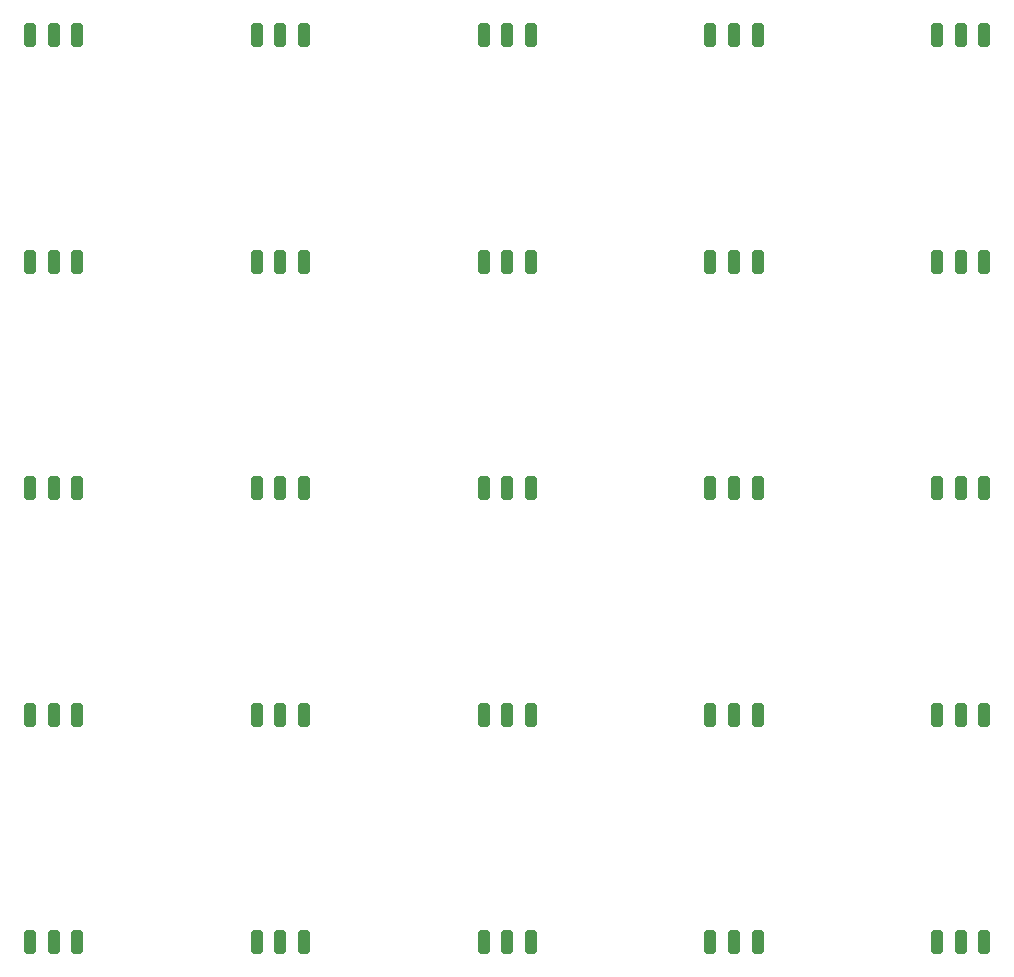
<source format=gbs>
G04 #@! TF.GenerationSoftware,KiCad,Pcbnew,7.0.9*
G04 #@! TF.CreationDate,2024-01-02T20:35:21+01:00*
G04 #@! TF.ProjectId,Nutzen,4e75747a-656e-42e6-9b69-6361645f7063,rev?*
G04 #@! TF.SameCoordinates,Original*
G04 #@! TF.FileFunction,Soldermask,Bot*
G04 #@! TF.FilePolarity,Negative*
%FSLAX46Y46*%
G04 Gerber Fmt 4.6, Leading zero omitted, Abs format (unit mm)*
G04 Created by KiCad (PCBNEW 7.0.9) date 2024-01-02 20:35:21*
%MOMM*%
%LPD*%
G01*
G04 APERTURE LIST*
G04 Aperture macros list*
%AMRoundRect*
0 Rectangle with rounded corners*
0 $1 Rounding radius*
0 $2 $3 $4 $5 $6 $7 $8 $9 X,Y pos of 4 corners*
0 Add a 4 corners polygon primitive as box body*
4,1,4,$2,$3,$4,$5,$6,$7,$8,$9,$2,$3,0*
0 Add four circle primitives for the rounded corners*
1,1,$1+$1,$2,$3*
1,1,$1+$1,$4,$5*
1,1,$1+$1,$6,$7*
1,1,$1+$1,$8,$9*
0 Add four rect primitives between the rounded corners*
20,1,$1+$1,$2,$3,$4,$5,0*
20,1,$1+$1,$4,$5,$6,$7,0*
20,1,$1+$1,$6,$7,$8,$9,0*
20,1,$1+$1,$8,$9,$2,$3,0*%
G04 Aperture macros list end*
%ADD10RoundRect,0.250000X0.250000X-0.750000X0.250000X0.750000X-0.250000X0.750000X-0.250000X-0.750000X0*%
G04 APERTURE END LIST*
D10*
X166150000Y-45950000D03*
X166150000Y-103550000D03*
X164150000Y-103550000D03*
X168150000Y-65150000D03*
X164150000Y-84350000D03*
X166150000Y-84350000D03*
X166150000Y-65150000D03*
X164150000Y-65150000D03*
X168150000Y-103550000D03*
X168150000Y-84350000D03*
X168150000Y-122750000D03*
X166150000Y-122750000D03*
X164150000Y-122750000D03*
X164150000Y-45950000D03*
X168150000Y-45950000D03*
X146950000Y-45950000D03*
X146950000Y-103550000D03*
X144950000Y-103550000D03*
X148950000Y-65150000D03*
X144950000Y-84350000D03*
X146950000Y-84350000D03*
X146950000Y-65150000D03*
X144950000Y-65150000D03*
X148950000Y-103550000D03*
X148950000Y-84350000D03*
X148950000Y-122750000D03*
X146950000Y-122750000D03*
X144950000Y-122750000D03*
X144950000Y-45950000D03*
X148950000Y-45950000D03*
X127750000Y-45950000D03*
X127750000Y-103550000D03*
X125750000Y-103550000D03*
X129750000Y-65150000D03*
X125750000Y-84350000D03*
X127750000Y-84350000D03*
X127750000Y-65150000D03*
X125750000Y-65150000D03*
X129750000Y-103550000D03*
X129750000Y-84350000D03*
X129750000Y-122750000D03*
X127750000Y-122750000D03*
X125750000Y-122750000D03*
X125750000Y-45950000D03*
X129750000Y-45950000D03*
X108550000Y-45950000D03*
X108550000Y-103550000D03*
X106550000Y-103550000D03*
X110550000Y-65150000D03*
X106550000Y-84350000D03*
X108550000Y-84350000D03*
X108550000Y-65150000D03*
X106550000Y-65150000D03*
X110550000Y-103550000D03*
X110550000Y-84350000D03*
X110550000Y-122750000D03*
X108550000Y-122750000D03*
X106550000Y-122750000D03*
X106550000Y-45950000D03*
X110550000Y-45950000D03*
X89350000Y-122750000D03*
X87350000Y-122750000D03*
X91350000Y-122750000D03*
X89350000Y-103550000D03*
X87350000Y-103550000D03*
X91350000Y-103550000D03*
X89350000Y-84350000D03*
X87350000Y-84350000D03*
X91350000Y-84350000D03*
X89350000Y-65150000D03*
X87350000Y-65150000D03*
X91350000Y-65150000D03*
X89350000Y-45950000D03*
X91350000Y-45950000D03*
X87350000Y-45950000D03*
M02*

</source>
